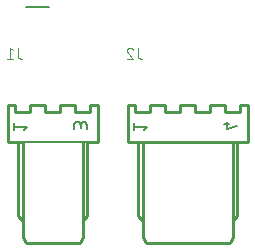
<source format=gbr>
G04 EAGLE Gerber RS-274X export*
G75*
%MOMM*%
%FSLAX34Y34*%
%LPD*%
%INSilkscreen Bottom*%
%IPPOS*%
%AMOC8*
5,1,8,0,0,1.08239X$1,22.5*%
G01*
%ADD10C,0.127000*%
%ADD11C,0.254000*%
%ADD12C,0.177800*%
%ADD13C,0.101600*%


D10*
X193200Y749700D02*
X213200Y749700D01*
D11*
X177800Y666750D02*
X177800Y635000D01*
X177800Y666750D02*
X184150Y666750D01*
X184150Y660400D01*
X196850Y660400D01*
X196850Y666750D01*
X209550Y666750D01*
X209550Y660400D01*
X222250Y660400D01*
X222250Y666750D01*
X234950Y666750D01*
X234950Y660400D01*
X247650Y660400D01*
X247650Y666750D01*
X254000Y666750D01*
X254000Y635000D01*
X245110Y635000D01*
D10*
X190500Y635000D01*
D11*
X177800Y635000D01*
X190500Y635000D02*
X190500Y554990D01*
X193040Y549910D01*
X229108Y549910D01*
X241300Y554990D02*
X241300Y635000D01*
X241300Y554990D02*
X238760Y549910D01*
X228092Y549910D01*
X245110Y572770D02*
X245110Y635000D01*
X245110Y572770D02*
X241808Y569214D01*
X186690Y572770D02*
X186690Y635000D01*
X186690Y572770D02*
X189992Y569214D01*
D12*
X192025Y644822D02*
X194452Y647856D01*
X183530Y647856D01*
X183530Y644822D02*
X183530Y650890D01*
X233822Y649126D02*
X233822Y646092D01*
X233822Y649126D02*
X233824Y649234D01*
X233830Y649342D01*
X233839Y649450D01*
X233853Y649558D01*
X233870Y649665D01*
X233891Y649771D01*
X233916Y649876D01*
X233945Y649981D01*
X233977Y650084D01*
X234013Y650186D01*
X234053Y650287D01*
X234096Y650386D01*
X234143Y650484D01*
X234193Y650580D01*
X234247Y650674D01*
X234304Y650766D01*
X234364Y650856D01*
X234427Y650944D01*
X234494Y651030D01*
X234563Y651113D01*
X234635Y651193D01*
X234711Y651271D01*
X234789Y651347D01*
X234869Y651419D01*
X234952Y651488D01*
X235038Y651555D01*
X235126Y651618D01*
X235216Y651678D01*
X235308Y651735D01*
X235402Y651789D01*
X235498Y651839D01*
X235596Y651886D01*
X235695Y651929D01*
X235796Y651969D01*
X235898Y652005D01*
X236001Y652037D01*
X236106Y652066D01*
X236211Y652091D01*
X236317Y652112D01*
X236424Y652129D01*
X236532Y652143D01*
X236640Y652152D01*
X236748Y652158D01*
X236856Y652160D01*
X236964Y652158D01*
X237072Y652152D01*
X237180Y652143D01*
X237288Y652129D01*
X237395Y652112D01*
X237501Y652091D01*
X237606Y652066D01*
X237711Y652037D01*
X237814Y652005D01*
X237916Y651969D01*
X238017Y651929D01*
X238116Y651886D01*
X238214Y651839D01*
X238310Y651789D01*
X238404Y651735D01*
X238496Y651678D01*
X238586Y651618D01*
X238674Y651555D01*
X238760Y651488D01*
X238843Y651419D01*
X238923Y651347D01*
X239001Y651271D01*
X239077Y651193D01*
X239149Y651113D01*
X239218Y651030D01*
X239285Y650944D01*
X239348Y650856D01*
X239408Y650766D01*
X239465Y650674D01*
X239519Y650580D01*
X239569Y650484D01*
X239616Y650386D01*
X239659Y650287D01*
X239699Y650186D01*
X239735Y650084D01*
X239767Y649981D01*
X239796Y649876D01*
X239821Y649771D01*
X239842Y649665D01*
X239859Y649558D01*
X239873Y649450D01*
X239882Y649342D01*
X239888Y649234D01*
X239890Y649126D01*
X244744Y649733D02*
X244744Y646092D01*
X244744Y649733D02*
X244742Y649831D01*
X244736Y649928D01*
X244726Y650026D01*
X244713Y650122D01*
X244695Y650218D01*
X244673Y650314D01*
X244648Y650408D01*
X244619Y650502D01*
X244586Y650594D01*
X244550Y650684D01*
X244510Y650773D01*
X244466Y650861D01*
X244419Y650947D01*
X244368Y651030D01*
X244314Y651112D01*
X244257Y651191D01*
X244197Y651268D01*
X244134Y651342D01*
X244067Y651414D01*
X243998Y651483D01*
X243926Y651550D01*
X243852Y651613D01*
X243775Y651673D01*
X243696Y651730D01*
X243614Y651784D01*
X243531Y651835D01*
X243445Y651882D01*
X243357Y651926D01*
X243268Y651966D01*
X243178Y652002D01*
X243086Y652035D01*
X242992Y652064D01*
X242898Y652089D01*
X242802Y652111D01*
X242706Y652129D01*
X242610Y652142D01*
X242512Y652152D01*
X242415Y652158D01*
X242317Y652160D01*
X242219Y652158D01*
X242122Y652152D01*
X242024Y652142D01*
X241928Y652129D01*
X241832Y652111D01*
X241736Y652089D01*
X241642Y652064D01*
X241548Y652035D01*
X241456Y652002D01*
X241366Y651966D01*
X241277Y651926D01*
X241189Y651882D01*
X241104Y651835D01*
X241020Y651784D01*
X240938Y651730D01*
X240859Y651673D01*
X240782Y651613D01*
X240708Y651550D01*
X240636Y651483D01*
X240567Y651414D01*
X240500Y651342D01*
X240437Y651268D01*
X240377Y651191D01*
X240320Y651112D01*
X240266Y651030D01*
X240215Y650947D01*
X240168Y650861D01*
X240124Y650773D01*
X240084Y650684D01*
X240048Y650594D01*
X240015Y650502D01*
X239986Y650408D01*
X239961Y650314D01*
X239939Y650218D01*
X239921Y650122D01*
X239908Y650026D01*
X239898Y649928D01*
X239892Y649831D01*
X239890Y649733D01*
X239890Y647306D01*
D13*
X186714Y707659D02*
X186714Y714771D01*
X186714Y707659D02*
X186716Y707570D01*
X186722Y707482D01*
X186731Y707394D01*
X186745Y707306D01*
X186762Y707219D01*
X186783Y707133D01*
X186808Y707048D01*
X186837Y706964D01*
X186869Y706881D01*
X186904Y706800D01*
X186944Y706721D01*
X186986Y706643D01*
X187032Y706567D01*
X187081Y706493D01*
X187134Y706422D01*
X187189Y706353D01*
X187248Y706286D01*
X187309Y706222D01*
X187373Y706161D01*
X187440Y706102D01*
X187509Y706047D01*
X187580Y705994D01*
X187654Y705945D01*
X187730Y705899D01*
X187808Y705857D01*
X187887Y705817D01*
X187968Y705782D01*
X188051Y705750D01*
X188135Y705721D01*
X188220Y705696D01*
X188306Y705675D01*
X188393Y705658D01*
X188481Y705644D01*
X188569Y705635D01*
X188657Y705629D01*
X188746Y705627D01*
X189762Y705627D01*
X182387Y712739D02*
X179847Y714771D01*
X179847Y705627D01*
X182387Y705627D02*
X177307Y705627D01*
D11*
X279400Y666750D02*
X279400Y635000D01*
X279400Y666750D02*
X285750Y666750D01*
X285750Y660400D01*
X298450Y660400D01*
X298450Y666750D01*
X311150Y666750D01*
X311150Y660400D01*
X323850Y660400D01*
X323850Y666750D01*
X336550Y666750D01*
X336550Y660400D01*
X349250Y660400D01*
X349250Y666750D01*
X361950Y666750D01*
X361950Y660400D01*
X374650Y660400D01*
X374650Y666750D01*
X381000Y666750D01*
X381000Y635000D01*
X372110Y635000D01*
X292100Y635000D01*
X279400Y635000D01*
X292100Y635000D02*
X292100Y554990D01*
X294640Y549910D01*
X330708Y549910D01*
X368300Y554990D02*
X368300Y635000D01*
X368300Y554990D02*
X365760Y549910D01*
X329692Y549910D01*
X372110Y572770D02*
X372110Y635000D01*
X372110Y572770D02*
X368808Y569214D01*
X288290Y572770D02*
X288290Y635000D01*
X288290Y572770D02*
X291592Y569214D01*
D12*
X293625Y644822D02*
X296052Y647856D01*
X285130Y647856D01*
X285130Y644822D02*
X285130Y650890D01*
X363249Y646092D02*
X371744Y648519D01*
X363249Y646092D02*
X363249Y652160D01*
X365676Y650340D02*
X360822Y650340D01*
D13*
X288314Y707659D02*
X288314Y714771D01*
X288314Y707659D02*
X288316Y707570D01*
X288322Y707482D01*
X288331Y707394D01*
X288345Y707306D01*
X288362Y707219D01*
X288383Y707133D01*
X288408Y707048D01*
X288437Y706964D01*
X288469Y706881D01*
X288504Y706800D01*
X288544Y706721D01*
X288586Y706643D01*
X288632Y706567D01*
X288681Y706493D01*
X288734Y706422D01*
X288789Y706353D01*
X288848Y706286D01*
X288909Y706222D01*
X288973Y706161D01*
X289040Y706102D01*
X289109Y706047D01*
X289180Y705994D01*
X289254Y705945D01*
X289330Y705899D01*
X289408Y705857D01*
X289487Y705817D01*
X289568Y705782D01*
X289651Y705750D01*
X289735Y705721D01*
X289820Y705696D01*
X289906Y705675D01*
X289993Y705658D01*
X290081Y705644D01*
X290169Y705635D01*
X290257Y705629D01*
X290346Y705627D01*
X291362Y705627D01*
X281193Y714771D02*
X281099Y714769D01*
X281004Y714763D01*
X280910Y714753D01*
X280817Y714740D01*
X280724Y714722D01*
X280632Y714701D01*
X280541Y714676D01*
X280451Y714647D01*
X280362Y714615D01*
X280275Y714578D01*
X280189Y714539D01*
X280105Y714495D01*
X280023Y714449D01*
X279943Y714399D01*
X279865Y714345D01*
X279789Y714289D01*
X279716Y714229D01*
X279645Y714167D01*
X279577Y714101D01*
X279511Y714033D01*
X279449Y713962D01*
X279389Y713889D01*
X279333Y713813D01*
X279279Y713735D01*
X279229Y713655D01*
X279183Y713573D01*
X279139Y713489D01*
X279100Y713403D01*
X279063Y713316D01*
X279031Y713227D01*
X279002Y713137D01*
X278977Y713046D01*
X278956Y712954D01*
X278938Y712861D01*
X278925Y712768D01*
X278915Y712674D01*
X278909Y712579D01*
X278907Y712485D01*
X281193Y714771D02*
X281299Y714769D01*
X281404Y714763D01*
X281509Y714754D01*
X281614Y714741D01*
X281718Y714724D01*
X281821Y714703D01*
X281924Y714679D01*
X282026Y714650D01*
X282126Y714619D01*
X282226Y714583D01*
X282324Y714545D01*
X282420Y714502D01*
X282516Y714456D01*
X282609Y714407D01*
X282700Y714355D01*
X282790Y714299D01*
X282878Y714240D01*
X282963Y714178D01*
X283046Y714113D01*
X283127Y714045D01*
X283205Y713974D01*
X283280Y713900D01*
X283353Y713824D01*
X283423Y713745D01*
X283490Y713664D01*
X283555Y713580D01*
X283616Y713494D01*
X283674Y713406D01*
X283729Y713316D01*
X283780Y713224D01*
X283829Y713130D01*
X283874Y713034D01*
X283915Y712937D01*
X283953Y712839D01*
X283987Y712739D01*
X279669Y710707D02*
X279602Y710774D01*
X279537Y710843D01*
X279475Y710915D01*
X279416Y710988D01*
X279360Y711065D01*
X279306Y711143D01*
X279256Y711223D01*
X279209Y711305D01*
X279165Y711389D01*
X279125Y711475D01*
X279087Y711562D01*
X279053Y711650D01*
X279023Y711740D01*
X278996Y711830D01*
X278972Y711922D01*
X278952Y712015D01*
X278936Y712108D01*
X278923Y712202D01*
X278914Y712296D01*
X278909Y712390D01*
X278907Y712485D01*
X279669Y710707D02*
X283987Y705627D01*
X278907Y705627D01*
M02*

</source>
